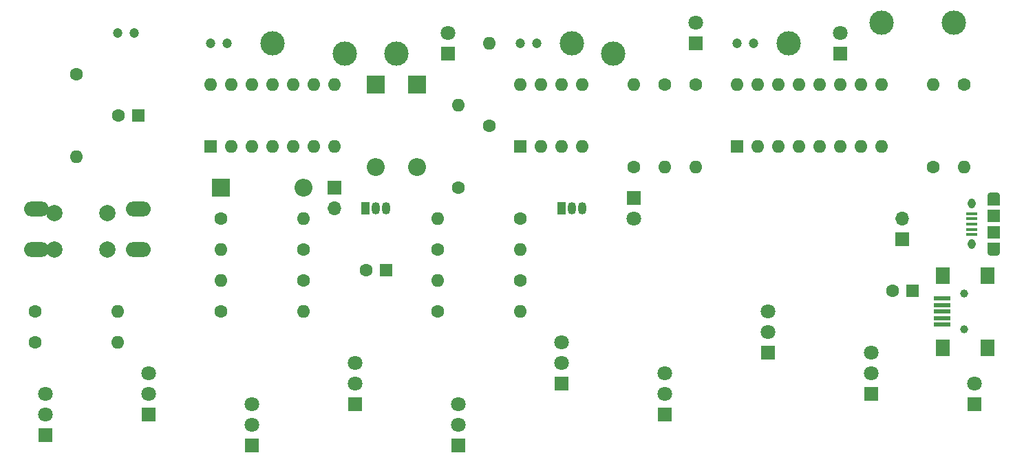
<source format=gts>
G04 #@! TF.GenerationSoftware,KiCad,Pcbnew,(5.1.10)-1*
G04 #@! TF.CreationDate,2021-10-13T19:52:24+02:00*
G04 #@! TF.ProjectId,frogger,66726f67-6765-4722-9e6b-696361645f70,1*
G04 #@! TF.SameCoordinates,Original*
G04 #@! TF.FileFunction,Soldermask,Top*
G04 #@! TF.FilePolarity,Negative*
%FSLAX46Y46*%
G04 Gerber Fmt 4.6, Leading zero omitted, Abs format (unit mm)*
G04 Created by KiCad (PCBNEW (5.1.10)-1) date 2021-10-13 19:52:24*
%MOMM*%
%LPD*%
G01*
G04 APERTURE LIST*
%ADD10O,1.600000X1.600000*%
%ADD11R,1.600000X1.600000*%
%ADD12C,1.000000*%
%ADD13R,1.700000X2.000000*%
%ADD14R,2.000000X0.500000*%
%ADD15C,1.800000*%
%ADD16R,1.800000X1.800000*%
%ADD17C,1.600000*%
%ADD18O,1.700000X1.700000*%
%ADD19R,1.700000X1.700000*%
%ADD20O,2.200000X2.200000*%
%ADD21R,2.200000X2.200000*%
%ADD22C,1.200000*%
%ADD23C,2.000000*%
%ADD24C,3.000000*%
%ADD25O,3.048000X1.850000*%
%ADD26R,1.050000X1.500000*%
%ADD27O,1.050000X1.500000*%
%ADD28O,1.550000X0.890000*%
%ADD29R,1.550000X1.200000*%
%ADD30R,1.550000X1.500000*%
%ADD31O,0.950000X1.250000*%
%ADD32R,1.350000X0.400000*%
G04 APERTURE END LIST*
D10*
X142240000Y-39370000D03*
X160020000Y-46990000D03*
X144780000Y-39370000D03*
X157480000Y-46990000D03*
X147320000Y-39370000D03*
X154940000Y-46990000D03*
X149860000Y-39370000D03*
X152400000Y-46990000D03*
X152400000Y-39370000D03*
X149860000Y-46990000D03*
X154940000Y-39370000D03*
X147320000Y-46990000D03*
X157480000Y-39370000D03*
X144780000Y-46990000D03*
X160020000Y-39370000D03*
D11*
X142240000Y-46990000D03*
D10*
X115570000Y-39370000D03*
X123190000Y-46990000D03*
X118110000Y-39370000D03*
X120650000Y-46990000D03*
X120650000Y-39370000D03*
X118110000Y-46990000D03*
X123190000Y-39370000D03*
D11*
X115570000Y-46990000D03*
D10*
X77470000Y-39370000D03*
X92710000Y-46990000D03*
X80010000Y-39370000D03*
X90170000Y-46990000D03*
X82550000Y-39370000D03*
X87630000Y-46990000D03*
X85090000Y-39370000D03*
X85090000Y-46990000D03*
X87630000Y-39370000D03*
X82550000Y-46990000D03*
X90170000Y-39370000D03*
X80010000Y-46990000D03*
X92710000Y-39370000D03*
D11*
X77470000Y-46990000D03*
D12*
X170180000Y-65110000D03*
X170180000Y-69510000D03*
D13*
X173030000Y-62860000D03*
X167580000Y-62860000D03*
X173030000Y-71760000D03*
X167580000Y-71760000D03*
D14*
X167480000Y-65710000D03*
X167480000Y-66510000D03*
X167480000Y-67310000D03*
X167480000Y-68110000D03*
X167480000Y-68910000D03*
D15*
X137160000Y-31750000D03*
D16*
X137160000Y-34290000D03*
D10*
X137160000Y-49530000D03*
D17*
X137160000Y-39370000D03*
D15*
X95250000Y-73660000D03*
X95250000Y-76200000D03*
D16*
X95250000Y-78740000D03*
D10*
X78740000Y-59690000D03*
D17*
X88900000Y-59690000D03*
D18*
X92710000Y-54610000D03*
D19*
X92710000Y-52070000D03*
D20*
X88900000Y-52070000D03*
D21*
X78740000Y-52070000D03*
D15*
X82550000Y-78740000D03*
X82550000Y-81280000D03*
D16*
X82550000Y-83820000D03*
D10*
X66040000Y-67310000D03*
D17*
X55880000Y-67310000D03*
D22*
X68040000Y-33020000D03*
X66040000Y-33020000D03*
D23*
X58270000Y-59690000D03*
X58270000Y-55190000D03*
X64770000Y-59690000D03*
X64770000Y-55190000D03*
D24*
X148590000Y-34290000D03*
X93980000Y-35560000D03*
X100330000Y-35560000D03*
X127000000Y-35560000D03*
X121920000Y-34290000D03*
X85090000Y-34290000D03*
X160020000Y-31750000D03*
X168910000Y-31750000D03*
D25*
X68580000Y-54690000D03*
X68580000Y-59690000D03*
X56080000Y-54690000D03*
X56080000Y-59690000D03*
D10*
X129540000Y-39370000D03*
D17*
X129540000Y-49530000D03*
D10*
X170180000Y-49530000D03*
D17*
X170180000Y-39370000D03*
D10*
X111760000Y-34290000D03*
D17*
X111760000Y-44450000D03*
D10*
X66040000Y-71120000D03*
D17*
X55880000Y-71120000D03*
D10*
X115570000Y-67310000D03*
D17*
X105410000Y-67310000D03*
D10*
X166370000Y-39370000D03*
D17*
X166370000Y-49530000D03*
D10*
X133350000Y-49530000D03*
D17*
X133350000Y-39370000D03*
D10*
X107950000Y-41910000D03*
D17*
X107950000Y-52070000D03*
D10*
X105410000Y-55880000D03*
D17*
X115570000Y-55880000D03*
D10*
X115570000Y-59690000D03*
D17*
X105410000Y-59690000D03*
D10*
X105410000Y-63500000D03*
D17*
X115570000Y-63500000D03*
D10*
X60960000Y-48260000D03*
D17*
X60960000Y-38100000D03*
D10*
X78740000Y-63500000D03*
D17*
X88900000Y-63500000D03*
D10*
X88900000Y-67310000D03*
D17*
X78740000Y-67310000D03*
D10*
X88900000Y-55880000D03*
D17*
X78740000Y-55880000D03*
D26*
X120650000Y-54610000D03*
D27*
X123190000Y-54610000D03*
X121920000Y-54610000D03*
D26*
X96520000Y-54610000D03*
D27*
X99060000Y-54610000D03*
X97790000Y-54610000D03*
D18*
X162560000Y-55880000D03*
D19*
X162560000Y-58420000D03*
D28*
X173820000Y-53030000D03*
X173820000Y-60030000D03*
D29*
X173820000Y-53630000D03*
X173820000Y-59430000D03*
D30*
X173820000Y-55530000D03*
X173820000Y-57530000D03*
D31*
X171120000Y-54030000D03*
X171120000Y-59030000D03*
D32*
X171120000Y-55230000D03*
X171120000Y-55880000D03*
X171120000Y-56530000D03*
X171120000Y-57180000D03*
X171120000Y-57830000D03*
D15*
X129540000Y-55880000D03*
D16*
X129540000Y-53340000D03*
D15*
X154940000Y-33020000D03*
D16*
X154940000Y-35560000D03*
D15*
X106680000Y-33020000D03*
D16*
X106680000Y-35560000D03*
D15*
X171450000Y-76200000D03*
D16*
X171450000Y-78740000D03*
D15*
X158750000Y-72390000D03*
X158750000Y-74930000D03*
D16*
X158750000Y-77470000D03*
D15*
X146050000Y-67310000D03*
X146050000Y-69850000D03*
D16*
X146050000Y-72390000D03*
D15*
X133350000Y-74930000D03*
X133350000Y-77470000D03*
D16*
X133350000Y-80010000D03*
D15*
X120650000Y-71120000D03*
X120650000Y-73660000D03*
D16*
X120650000Y-76200000D03*
D15*
X107950000Y-78740000D03*
X107950000Y-81280000D03*
D16*
X107950000Y-83820000D03*
D15*
X69850000Y-74930000D03*
X69850000Y-77470000D03*
D16*
X69850000Y-80010000D03*
D15*
X57150000Y-77470000D03*
X57150000Y-80010000D03*
D16*
X57150000Y-82550000D03*
D20*
X102870000Y-49530000D03*
D21*
X102870000Y-39370000D03*
D20*
X97790000Y-49530000D03*
D21*
X97790000Y-39370000D03*
D17*
X96560000Y-62230000D03*
D11*
X99060000Y-62230000D03*
D22*
X144240000Y-34290000D03*
X142240000Y-34290000D03*
X117570000Y-34290000D03*
X115570000Y-34290000D03*
X79470000Y-34290000D03*
X77470000Y-34290000D03*
D17*
X161330000Y-64770000D03*
D11*
X163830000Y-64770000D03*
D17*
X66080000Y-43180000D03*
D11*
X68580000Y-43180000D03*
M02*

</source>
